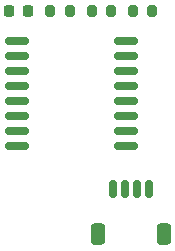
<source format=gbr>
%TF.GenerationSoftware,KiCad,Pcbnew,(6.0.9-0)*%
%TF.CreationDate,2023-01-03T19:06:45+00:00*%
%TF.ProjectId,ds3231_plus,64733332-3331-45f7-906c-75732e6b6963,rev?*%
%TF.SameCoordinates,Original*%
%TF.FileFunction,Paste,Top*%
%TF.FilePolarity,Positive*%
%FSLAX46Y46*%
G04 Gerber Fmt 4.6, Leading zero omitted, Abs format (unit mm)*
G04 Created by KiCad (PCBNEW (6.0.9-0)) date 2023-01-03 19:06:45*
%MOMM*%
%LPD*%
G01*
G04 APERTURE LIST*
G04 Aperture macros list*
%AMRoundRect*
0 Rectangle with rounded corners*
0 $1 Rounding radius*
0 $2 $3 $4 $5 $6 $7 $8 $9 X,Y pos of 4 corners*
0 Add a 4 corners polygon primitive as box body*
4,1,4,$2,$3,$4,$5,$6,$7,$8,$9,$2,$3,0*
0 Add four circle primitives for the rounded corners*
1,1,$1+$1,$2,$3*
1,1,$1+$1,$4,$5*
1,1,$1+$1,$6,$7*
1,1,$1+$1,$8,$9*
0 Add four rect primitives between the rounded corners*
20,1,$1+$1,$2,$3,$4,$5,0*
20,1,$1+$1,$4,$5,$6,$7,0*
20,1,$1+$1,$6,$7,$8,$9,0*
20,1,$1+$1,$8,$9,$2,$3,0*%
G04 Aperture macros list end*
%ADD10RoundRect,0.150000X-0.150000X-0.625000X0.150000X-0.625000X0.150000X0.625000X-0.150000X0.625000X0*%
%ADD11RoundRect,0.250000X-0.350000X-0.650000X0.350000X-0.650000X0.350000X0.650000X-0.350000X0.650000X0*%
%ADD12RoundRect,0.225000X0.225000X0.250000X-0.225000X0.250000X-0.225000X-0.250000X0.225000X-0.250000X0*%
%ADD13RoundRect,0.150000X-0.875000X-0.150000X0.875000X-0.150000X0.875000X0.150000X-0.875000X0.150000X0*%
%ADD14RoundRect,0.200000X-0.200000X-0.275000X0.200000X-0.275000X0.200000X0.275000X-0.200000X0.275000X0*%
%ADD15RoundRect,0.200000X0.200000X0.275000X-0.200000X0.275000X-0.200000X-0.275000X0.200000X-0.275000X0*%
G04 APERTURE END LIST*
D10*
%TO.C,Qwiic*%
X152000000Y-95500000D03*
X153000000Y-95500000D03*
X154000000Y-95500000D03*
X155000000Y-95500000D03*
D11*
X156300000Y-99375000D03*
X150700000Y-99375000D03*
%TD*%
D12*
%TO.C,C1*%
X144775000Y-80500000D03*
X143225000Y-80500000D03*
%TD*%
D13*
%TO.C,U1*%
X143830000Y-82980000D03*
X143830000Y-84250000D03*
X143830000Y-85520000D03*
X143830000Y-86790000D03*
X143830000Y-88060000D03*
X143830000Y-89330000D03*
X143830000Y-90600000D03*
X143830000Y-91870000D03*
X153130000Y-91870000D03*
X153130000Y-90600000D03*
X153130000Y-89330000D03*
X153130000Y-88060000D03*
X153130000Y-86790000D03*
X153130000Y-85520000D03*
X153130000Y-84250000D03*
X153130000Y-82980000D03*
%TD*%
D14*
%TO.C,R1*%
X153675000Y-80500000D03*
X155325000Y-80500000D03*
%TD*%
%TO.C,R2*%
X150175000Y-80500000D03*
X151825000Y-80500000D03*
%TD*%
D15*
%TO.C,R3*%
X148325000Y-80500000D03*
X146675000Y-80500000D03*
%TD*%
M02*

</source>
